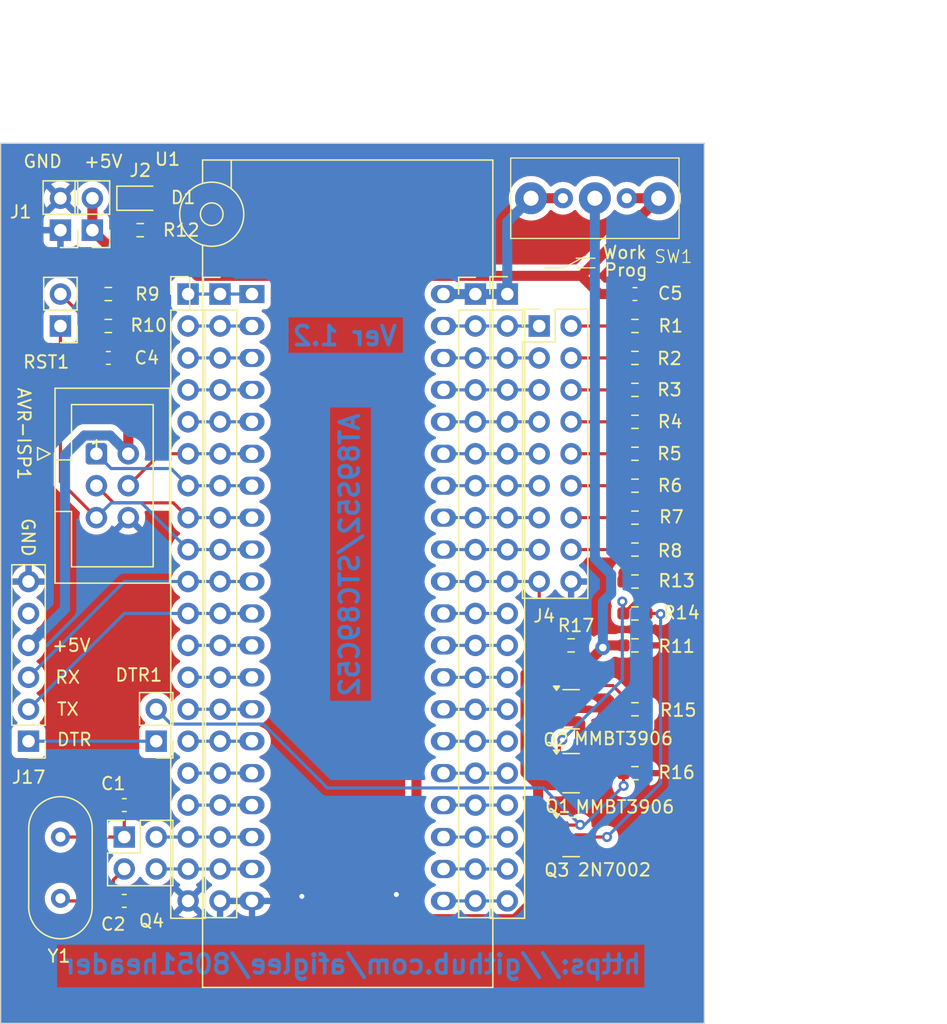
<source format=kicad_pcb>
(kicad_pcb (version 20241229) (generator "pcbnew") (generator_version "9.0")
  (layers (0 "F.Cu" signal) (2 "B.Cu" signal) (13 "F.Paste" user) (15 "B.Paste" user) (5 "F.SilkS" user "F.Silkscreen") (7 "B.SilkS" user "B.Silkscreen") (1 "F.Mask" user) (3 "B.Mask" user) (25 "Edge.Cuts" user))
  (net 0 "")
  (net 1 "GND")
  (net 2 "+5V")
  (net 3 "Net-(C4-Pad2)")
  (net 4 "Net-(D1-A)")
  (net 5 "/MISO")
  (net 6 "/SCK")
  (net 7 "/MOSI")
  (net 8 "/RST")
  (net 9 "/AD0")
  (net 10 "/AD1")
  (net 11 "/AD2")
  (net 12 "/AD3")
  (net 13 "/AD4")
  (net 14 "/AD5")
  (net 15 "/AD6")
  (net 16 "/AD7")
  (net 17 "/DTR")
  (net 19 "/P3.1")
  (net 20 "/EA")
  (net 21 "/P3.2")
  (net 22 "/P1.0")
  (net 23 "/P1.1")
  (net 24 "/P1.2")
  (net 25 "/P1.3")
  (net 26 "/P1.4")
  (net 27 "/P3.0")
  (net 28 "/P3.3")
  (net 29 "/P3.4")
  (net 30 "/P3.5")
  (net 31 "/~{WR}")
  (net 32 "/~{RD}")
  (net 33 "/X1")
  (net 34 "/X2")
  (net 35 "/ALE")
  (net 36 "/PSEN")
  (net 37 "/A15")
  (net 38 "/A14")
  (net 39 "/A13")
  (net 40 "/A12")
  (net 41 "/A11")
  (net 42 "/A10")
  (net 43 "/A9")
  (net 44 "/A8")
  (net 45 "Net-(Q1-B)")
  (net 46 "Net-(Q2-B)")
  (net 47 "Net-(Q3-D)")
  (net 48 "Net-(J4-Pin_2)")
  (net 49 "Net-(J4-Pin_4)")
  (net 50 "Net-(J4-Pin_6)")
  (net 51 "Net-(J4-Pin_8)")
  (net 52 "Net-(J4-Pin_10)")
  (net 53 "Net-(J4-Pin_12)")
  (net 54 "Net-(J4-Pin_14)")
  (net 55 "Net-(J4-Pin_16)")
  (net 56 "/VPP")
  (net 57 "Net-(Q4-Pin_1)")
  (net 58 "Net-(Q4-Pin_3)")
  (net 59 "Net-(DTR1-Pin_2)")
  (net 60 "Net-(RST1-Pin_2)")
  (net 61 "Net-(Q1-C)")
  (footprint "LED_SMD:LED_0805_2012Metric_Pad1.15x1.40mm_HandSolder" (layer "F.Cu") (at 71.11 52.38)
    (property "Reference" "D1")
    (property "Value" "LED")
  )
  (footprint "Capacitor_SMD:C_0603_1608Metric_Pad1.08x0.95mm_HandSolder" (layer "F.Cu") (at 69.84 108.26)
    (property "Reference" "C2")
    (property "Value" "22")
  )
  (footprint "Connector_PinHeader_2.54mm:PinHeader_1x06_P2.54mm_Vertical" (layer "F.Cu") (at 62.22 95.56 180)
    (property "Reference" "J17")
    (property "Value" "UART")
  )
  (footprint "Package_TO_SOT_SMD:SOT-23" (layer "F.Cu") (at 105.4 98.1)
    (property "Reference" "Q1")
    (property "Value" "MMBT3906")
  )
  (footprint "Connector_IDC:IDC-Header_2x03_P2.54mm_Vertical" (layer "F.Cu") (at 67.62 72.7)
    (property "Reference" "AVR-ISP1")
    (property "Value" "AVR-ISP-6")
  )
  (footprint "Connector_PinHeader_2.54mm:PinHeader_2x02_P2.54mm_Vertical" (layer "F.Cu") (at 69.84 103.18)
    (property "Reference" "Q4")
    (property "Value" "Conn Crystal")
  )
  (footprint "Capacitor_SMD:C_0603_1608Metric_Pad1.08x0.95mm_HandSolder" (layer "F.Cu") (at 110.48 60)
    (property "Reference" "C5")
    (property "Value" "10.0x16V")
  )
  (footprint "Package_TO_SOT_SMD:SOT-23" (layer "F.Cu") (at 105.4 103.18)
    (property "Reference" "Q3")
    (property "Value" "2N7002")
  )
  (footprint "Resistor_SMD:R_0603_1608Metric_Pad0.98x0.95mm_HandSolder" (layer "F.Cu") (at 105.4 87.94 180)
    (property "Reference" "R17")
    (property "Value" "5.1k")
  )
  (footprint "Resistor_SMD:R_0603_1608Metric_Pad0.98x0.95mm_HandSolder" (layer "F.Cu") (at 110.48 70.16)
    (property "Reference" "R4")
    (property "Value" "5.1k")
  )
  (footprint "Crystal:Crystal_HC49-U_Vertical" (layer "F.Cu") (at 64.76 103.18 -90)
    (property "Reference" "Y1")
    (property "Value" "11.0592")
  )
  (footprint "Connector_PinHeader_2.54mm:PinHeader_1x20_P2.54mm_Vertical" (layer "F.Cu") (at 74.92 60)
    (property "Reference" "J3" (hide yes))
    (property "Value" "PL2")
  )
  (footprint "Resistor_SMD:R_0603_1608Metric_Pad0.98x0.95mm_HandSolder" (layer "F.Cu") (at 110.48 62.54)
    (property "Reference" "R1")
    (property "Value" "5.1k")
  )
  (footprint "Connector_PinHeader_2.54mm:PinHeader_1x20_P2.54mm_Vertical" (layer "F.Cu") (at 100.32 60)
    (property "Reference" "J5" (hide yes))
    (property "Value" "PR2")
  )
  (footprint "Resistor_SMD:R_0603_1608Metric_Pad0.98x0.95mm_HandSolder" (layer "F.Cu") (at 110.48 93.02)
    (property "Reference" "R15")
    (property "Value" "430")
  )
  (footprint "Resistor_SMD:R_0603_1608Metric_Pad0.98x0.95mm_HandSolder" (layer "F.Cu") (at 68.57 60 180)
    (property "Reference" "R9")
    (property "Value" "20k")
  )
  (footprint "Resistor_SMD:R_0603_1608Metric_Pad0.98x0.95mm_HandSolder" (layer "F.Cu") (at 110.48 85.4 180)
    (property "Reference" "R14")
    (property "Value" "1.1k")
  )
  (footprint "Resistor_SMD:R_0603_1608Metric_Pad0.98x0.95mm_HandSolder" (layer "F.Cu") (at 110.48 82.86)
    (property "Reference" "R13")
    (property "Value" "1k")
  )
  (footprint "Socket:DIP_Socket-40_W11.9_W12.7_W15.24_W17.78_W18.5_3M_240-1280-00-0602J" (layer "F.Cu") (at 80 60)
    (property "Reference" "U1")
    (property "Value" "8051")
  )
  (footprint "Resistor_SMD:R_0603_1608Metric_Pad0.98x0.95mm_HandSolder" (layer "F.Cu") (at 110.48 87.94)
    (property "Reference" "R11")
    (property "Value" "2k")
  )
  (footprint "Resistor_SMD:R_0603_1608Metric_Pad0.98x0.95mm_HandSolder" (layer "F.Cu") (at 110.48 77.78)
    (property "Reference" "R7")
    (property "Value" "5.1k")
  )
  (footprint "Resistor_SMD:R_0603_1608Metric_Pad0.98x0.95mm_HandSolder" (layer "F.Cu") (at 110.48 67.62)
    (property "Reference" "R3")
    (property "Value" "5.1k")
  )
  (footprint "Package_TO_SOT_SMD:SOT-23" (layer "F.Cu") (at 105.4 93.02)
    (property "Reference" "Q2")
    (property "Value" "MMBT3906")
  )
  (footprint "Resistor_SMD:R_0603_1608Metric_Pad0.98x0.95mm_HandSolder" (layer "F.Cu") (at 110.48 72.7)
    (property "Reference" "R5")
    (property "Value" "5.1k")
  )
  (footprint "Resistor_SMD:R_0603_1608Metric_Pad0.98x0.95mm_HandSolder" (layer "F.Cu") (at 68.57 62.54)
    (property "Reference" "R10")
    (property "Value" "2k")
  )
  (footprint "Connector_PinHeader_2.54mm:PinHeader_2x09_P2.54mm_Vertical" (layer "F.Cu") (at 102.86 62.54)
    (property "Reference" "J4")
    (property "Value" "Rs")
  )
  (footprint "Resistor_SMD:R_0603_1608Metric_Pad0.98x0.95mm_HandSolder" (layer "F.Cu") (at 110.48 65.08)
    (property "Reference" "R2")
    (property "Value" "5.1k")
  )
  (footprint "Connector_PinHeader_2.54mm:PinHeader_1x02_P2.54mm_Vertical" (layer "F.Cu") (at 67.3 54.92 180)
    (property "Reference" "J2")
    (property "Value" "+5V")
  )
  (footprint "Resistor_SMD:R_0603_1608Metric_Pad0.98x0.95mm_HandSolder" (layer "F.Cu") (at 110.48 75.24)
    (property "Reference" "R6")
    (property "Value" "5.1k")
  )
  (footprint "Connector_PinHeader_2.54mm:PinHeader_1x20_P2.54mm_Vertical" (layer "F.Cu") (at 77.46 60)
    (property "Reference" "J24" (hide yes))
    (property "Value" "PL1")
  )
  (footprint "Resistor_SMD:R_0603_1608Metric_Pad0.98x0.95mm_HandSolder" (layer "F.Cu") (at 110.48 80.32)
    (property "Reference" "R8")
    (property "Value" "5.1k")
  )
  (footprint "Resistor_SMD:R_0603_1608Metric_Pad0.98x0.95mm_HandSolder" (layer "F.Cu") (at 71.11 54.92 180)
    (property "Reference" "R12")
    (property "Value" "1k")
  )
  (footprint "Capacitor_SMD:C_0603_1608Metric_Pad1.08x0.95mm_HandSolder" (layer "F.Cu") (at 68.57 65.08 180)
    (property "Reference" "C4")
    (property "Value" "22.0x16V")
  )
  (footprint "Connector_PinHeader_2.54mm:PinHeader_1x02_P2.54mm_Vertical" (layer "F.Cu") (at 64.76 62.54 180)
    (property "Reference" "RST1")
    (property "Value" "Reset")
  )
  (footprint "Connector_PinHeader_2.54mm:PinHeader_1x02_P2.54mm_Vertical" (layer "F.Cu") (at 64.76 54.92 180)
    (property "Reference" "J1")
    (property "Value" "GND")
  )
  (footprint "Capacitor_SMD:C_0603_1608Metric_Pad1.08x0.95mm_HandSolder" (layer "F.Cu") (at 69.84 100.64)
    (property "Reference" "C1")
    (property "Value" "22")
  )
  (footprint "Resistor_SMD:R_0603_1608Metric_Pad0.98x0.95mm_HandSolder" (layer "F.Cu") (at 110.48 98.1)
    (property "Reference" "R16")
    (property "Value" "2k")
  )
  (footprint "Button_Switch_THT:SPDT_Omron_D2F_5pins" (layer "F.Cu") (at 107.2896 52.38)
    (property "Reference" "SW1")
    (property "Value" "SW_SPDT")
  )
  (footprint "Connector_PinHeader_2.54mm:PinHeader_1x20_P2.54mm_Vertical" (layer "F.Cu") (at 97.78 60)
    (property "Reference" "J25" (hide yes))
    (property "Value" "PR1")
  )
  (footprint "Connector_PinHeader_2.54mm:PinHeader_1x02_P2.54mm_Vertical" (layer "F.Cu") (at 72.38 95.56 180)
    (property "Reference" "DTR1")
    (property "Value" "Prog")
  )
  (gr_line (start 105.8 57.912) (end 107.3 57.912) (stroke (width 0.1)) (layer "F.SilkS"))
  (gr_line (start 103.251 57.912) (end 104.8 57.912) (stroke (width 0.1)) (layer "F.SilkS"))
  (gr_line (start 104.8 57.912) (end 106.45 57.023) (stroke (width 0.1)) (layer "F.SilkS"))
  (gr_line (start 107.3 57.15) (end 105.8 57.15) (stroke (width 0.1)) (layer "F.SilkS"))
  (gr_line (start 60 118) (end 60 48) (stroke (width 0.1)) (layer "Edge.Cuts"))
  (gr_line (start 60 48) (end 116 48) (stroke (width 0.1)) (layer "Edge.Cuts"))
  (gr_line (start 116 118) (end 60 118) (stroke (width 0.1)) (layer "Edge.Cuts"))
  (gr_line (start 116 48) (end 116 118) (stroke (width 0.1)) (layer "Edge.Cuts"))
  (gr_text "https://github.com/afiglee/8051header" (at 111.125 114.173 0) (layer "B.Cu") (effects (font (size 1.5 1.5) (thickness 0.3) (bold yes)) (justify left bottom mirror)))
  (gr_text "AT89S52/STC89C52" (at 88.646 69.342 90) (layer "B.Cu") (effects (font (size 1.5 1.5) (thickness 0.3) (bold yes)) (justify left bottom mirror)))
  (gr_text "Ver 1.2" (at 91.694 64.2112 0) (layer "B.Cu") (effects (font (size 1.5 1.5) (thickness 0.3) (bold yes)) (justify left bottom mirror)))
  (gr_text "+5V" (at 64.008 88.519 0) (layer "F.SilkS") (effects (font (size 1 1)) (justify left bottom)))
  (gr_text "Work" (at 107.823 57.277 0) (layer "F.SilkS") (effects (font (size 1 1)) (justify left bottom)))
  (gr_text "DTR" (at 64.389 96.012 0) (layer "F.SilkS") (effects (font (size 1 1)) (justify left bottom)))
  (gr_text "RX" (at 64.262 91.059 0) (layer "F.SilkS") (effects (font (size 1 1)) (justify left bottom)))
  (gr_text "GND" (at 61.595 77.724 270) (layer "F.SilkS") (effects (font (size 1 1)) (justify left bottom)))
  (gr_text "Prog" (at 107.95 58.674 0) (layer "F.SilkS") (effects (font (size 1 1)) (justify left bottom)))
  (gr_text "TX" (at 64.389 93.599 0) (layer "F.SilkS") (effects (font (size 1 1)) (justify left bottom)))
  (gr_text "+5V" (at 66.548 50.038 0) (layer "F.SilkS") (effects (font (size 1 1)) (justify left bottom)))
  (gr_text "1" (at 67.056 72.7456 0) (layer "F.SilkS") (effects (font (size 1 1)) (justify left bottom)))
  (gr_text "GND" (at 61.722 50.038 0) (layer "F.SilkS") (effects (font (size 1 1)) (justify left bottom)))
  (via (at 83.9724 107.8992) (size 0.8) (drill 0.4) (layers "F.Cu" "B.Cu") (net 1))
  (via (at 91.4908 107.7468) (size 0.8) (drill 0.4) (layers "F.Cu" "B.Cu") (net 1))
  (segment (start 67.3 52.38) (end 67.3 54.92) (width 0.8) (layer "F.Cu") (net 2))
  (segment (start 111.3925 65.08) (end 111.3925 67.62) (width 0.8) (layer "F.Cu") (net 2))
  (segment (start 111.3925 70.16) (end 111.3925 72.7) (width 0.8) (layer "F.Cu") (net 2))
  (segment (start 67.3 54.92) (end 68.376 55.996) (width 0.8) (layer "F.Cu") (net 2))
  (segment (start 93.091 108.760628) (end 93.091 58.55) (width 0.8) (layer "F.Cu") (net 2))
  (segment (start 70.9465 55.996) (end 72.0225 54.92) (width 0.8) (layer "F.Cu") (net 2))
  (segment (start 94.041372 109.711) (end 93.091 108.760628) (width 0.8) (layer "F.Cu") (net 2))
  (segment (start 101.771 90.2022) (end 102.616 89.3572) (width 0.8) (layer "F.Cu") (net 2))
  (segment (start 102.777 99.05) (end 102.777 107.855024) (width 0.8) (layer "F.Cu") (net 2))
  (segment (start 111.3925 67.62) (end 111.3925 70.16) (width 0.8) (layer "F.Cu") (net 2))
  (segment (start 111.3925 75.24) (end 111.3925 77.78) (width 0.8) (layer "F.Cu") (net 2))
  (segment (start 106.1996 58.55) (end 93.091 58.55) (width 0.8) (layer "F.Cu") (net 2))
  (segment (start 109.5675 82.145) (end 111.3925 80.32) (width 0.8) (layer "F.Cu") (net 2))
  (segment (start 70.16 72.7) (end 70.16 65.8075) (width 0.8) (layer "F.Cu") (net 2))
  (segment (start 71.2216 60.7964) (end 74.22445 57.79355) (width 0.8) (layer "F.Cu") (net 2))
  (segment (start 68.376 55.996) (end 70.9465 55.996) (width 0.8) (layer "F.Cu") (net 2))
  (segment (start 109.8296 52.38) (end 112.3696 52.38) (width 0.8) (layer "F.Cu") (net 2))
  (segment (start 112.3696 52.38) (end 106.1996 58.55) (width 0.8) (layer "F.Cu") (net 2))
  (segment (start 74.22445 57.79355) (end 74.89605 57.79355) (width 0.8) (layer "F.Cu") (net 2))
  (segment (start 107.6496 60) (end 106.1996 58.55) (width 0.8) (layer "F.Cu") (net 2))
  (segment (start 93.091 58.55) (end 75.6525 58.55) (width 0.8) (layer "F.Cu") (net 2))
  (segment (start 102.777 99.05) (end 101.771 98.044) (width 0.8) (layer "F.Cu") (net 2))
  (segment (start 74.89605 57.79355) (end 72.0225 54.92) (width 0.8) (layer "F.Cu") (net 2))
  (segment (start 109.5675 82.86) (end 109.5675 82.145) (width 0.8) (layer "F.Cu") (net 2))
  (segment (start 111.3925 72.7) (end 111.3925 75.24) (width 0.8) (layer "F.Cu") (net 2))
  (segment (start 111.3925 77.78) (end 111.3925 80.32) (width 0.8) (layer "F.Cu") (net 2))
  (segment (start 69.4325 65.08) (end 71.2216 63.2909) (width 0.8) (layer "F.Cu") (net 2))
  (segment (start 75.6525 58.55) (end 74.89605 57.79355) (width 0.8) (layer "F.Cu") (net 2))
  (segment (start 104.4625 99.05) (end 102.777 99.05) (width 0.8) (layer "F.Cu") (net 2))
  (segment (start 111.3925 62.54) (end 111.3925 65.08) (width 0.8) (layer "F.Cu") (net 2))
  (segment (start 102.777 107.855024) (end 100.921024 109.711) (width 0.8) (layer "F.Cu") (net 2))
  (segment (start 104.8953 89.3572) (end 106.3125 87.94) (width 0.8) (layer "F.Cu") (net 2))
  (segment (start 70.16 65.8075) (end 69.4325 65.08) (width 0.8) (layer "F.Cu") (net 2))
  (segment (start 71.2216 63.2909) (end 71.2216 60.7964) (width 0.8) (layer "F.Cu") (net 2))
  (segment (start 102.616 89.3572) (end 104.8953 89.3572) (width 0.8) (layer "F.Cu") (net 2))
  (segment (start 101.771 98.044) (end 101.771 90.2022) (width 0.8) (layer "F.Cu") (net 2))
  (segment (start 109.6175 60.765) (end 109.6175 60) (width 0.8) (layer "F.Cu") (net 2))
  (segment (start 111.3925 62.54) (end 109.6175 60.765) (width 0.8) (layer "F.Cu") (net 2))
  (segment (start 100.921024 109.711) (end 94.041372 109.711) (width 0.8) (layer "F.Cu") (net 2))
  (segment (start 109.6175 60) (end 107.6496 60) (width 0.8) (layer "F.Cu") (net 2))
  (segment (start 65.1256 85.0344) (end 62.22 87.94) (width 0.8) (layer "B.Cu") (net 2))
  (segment (start 66.660576 71.249) (end 65.1256 72.783976) (width 0.8) (layer "B.Cu") (net 2))
  (segment (start 70.16 72.7) (end 68.709 71.249) (width 0.8) (layer "B.Cu") (net 2))
  (segment (start 65.1256 72.783976) (end 65.1256 85.0344) (width 0.8) (layer "B.Cu") (net 2))
  (segment (start 68.709 71.249) (end 66.660576 71.249) (width 0.8) (layer "B.Cu") (net 2))
  (segment (start 67.7075 64.3217) (end 67.7075 65.08) (width 0.25) (layer "F.Cu") (net 3))
  (segment (start 69.4825 62.54) (end 69.4825 62.5467) (width 0.25) (layer "F.Cu") (net 3))
  (segment (start 69.4825 62.5467) (end 67.7075 64.3217) (width 0.25) (layer "F.Cu") (net 3))
  (segment (start 69.4825 60) (end 69.4825 62.54) (width 0.25) (layer "F.Cu") (net 3))
  (segment (start 72.135 52.38) (end 70.1975 54.3175) (width 0.25) (layer "F.Cu") (net 4))
  (segment (start 70.1975 54.3175) (end 70.1975 54.92) (width 0.25) (layer "F.Cu") (net 4))
  (segment (start 77.46 75.24) (end 80 75.24) (width 0.25) (layer "B.Cu") (net 5))
  (segment (start 73.556 73.876) (end 74.92 75.24) (width 0.25) (layer "B.Cu") (net 5))
  (segment (start 67.62 72.7) (end 68.796 73.876) (width 0.25) (layer "B.Cu") (net 5))
  (segment (start 74.92 75.24) (end 77.46 75.24) (width 0.25) (layer "B.Cu") (net 5))
  (segment (start 68.796 73.876) (end 73.556 73.876) (width 0.25) (layer "B.Cu") (net 5))
  (segment (start 68.984 76.604) (end 73.744 76.604) (width 0.25) (layer "F.Cu") (net 6))
  (segment (start 73.744 76.604) (end 74.92 77.78) (width 0.25) (layer "F.Cu") (net 6))
  (segment (start 67.62 75.24) (end 68.984 76.604) (width 0.25) (layer "F.Cu") (net 6))
  (segment (start 74.92 77.78) (end 77.46 77.78) (width 0.25) (layer "B.Cu") (net 6))
  (segment (start 80 77.78) (end 77.46 77.78) (width 0.25) (layer "B.Cu") (net 6))
  (segment (start 70.16 75.24) (end 72.7 72.7) (width 0.25) (layer "F.Cu") (net 7))
  (segment (start 72.7 72.7) (end 74.92 72.7) (width 0.25) (layer "F.Cu") (net 7))
  (segment (start 80 72.7) (end 77.46 72.7) (width 0.25) (layer "B.Cu") (net 7))
  (segment (start 74.92 72.7) (end 77.46 72.7) (width 0.25) (layer "B.Cu") (net 7))
  (segment (start 64.76 74.92) (end 67.62 77.78) (width 0.25) (layer "F.Cu") (net 8))
  (segment (start 64.76 62.54) (end 64.76 74.92) (width 0.25) (layer "F.Cu") (net 8))
  (segment (start 71.204 76.604) (end 74.92 80.32) (width 0.25) (layer "B.Cu") (net 8))
  (segment (start 74.92 80.32) (end 77.46 80.32) (width 0.25) (layer "B.Cu") (net 8))
  (segment (start 68.796 76.604) (end 71.204 76.604) (width 0.25) (layer "B.Cu") (net 8))
  (segment (start 67.62 77.78) (end 68.796 76.604) (width 0.25) (layer "B.Cu") (net 8))
  (segment (start 77.46 80.32) (end 80 80.32) (width 0.25) (layer "B.Cu") (net 8))
  (segment (start 97.78 62.54) (end 100.32 62.54) (width 0.25) (layer "B.Cu") (net 9))
  (segment (start 100.32 62.54) (end 102.86 62.54) (width 0.25) (layer "B.Cu") (net 9))
  (segment (start 95.24 62.54) (end 97.78 62.54) (width 0.25) (layer "B.Cu") (net 9))
  (segment (start 95.24 65.08) (end 97.78 65.08) (width 0.25) (layer "B.Cu") (net 10))
  (segment (start 102.86 65.08) (end 97.78 65.08) (width 0.25) (layer "B.Cu") (net 10))
  (segment (start 95.24 67.62) (end 97.78 67.62) (width 0.25) (layer "B.Cu") (net 11))
  (segment (start 97.78 67.62) (end 102.86 67.62) (width 0.25) (layer "B.Cu") (net 11))
  (segment (start 95.24 70.16) (end 97.78 70.16) (width 0.25) (layer "B.Cu") (net 12))
  (segment (start 102.86 70.16) (end 97.78 70.16) (width 0.25) (layer "B.Cu") (net 12))
  (segment (start 95.24 72.7) (end 97.78 72.7) (width 0.25) (layer "B.Cu") (net 13))
  (segment (start 97.78 72.7) (end 102.86 72.7) (width 0.25) (layer "B.Cu") (net 13))
  (segment (start 97.78 75.24) (end 102.86 75.24) (width 0.25) (layer "B.Cu") (net 14))
  (segment (start 95.24 75.24) (end 97.78 75.24) (width 0.25) (layer "B.Cu") (net 14))
  (segment (start 97.78 77.78) (end 102.86 77.78) (width 0.25) (layer "B.Cu") (net 15))
  (segment (start 95.24 77.78) (end 97.78 77.78) (width 0.25) (layer "B.Cu") (net 15))
  (segment (start 97.78 80.32) (end 102.86 80.32) (width 0.25) (layer "B.Cu") (net 16))
  (segment (start 95.24 80.32) (end 97.78 80.32) (width 0.25) (layer "B.Cu") (net 16))
  (segment (start 62.22 95.56) (end 72.38 95.56) (width 0.25) (layer "B.Cu") (net 17))
  (segment (start 74.92 85.4) (end 77.46 85.4) (width 0.25) (layer "B.Cu") (net 19))
  (segment (start 69.84 85.4) (end 74.92 85.4) (width 0.25) (layer "B.Cu") (net 19))
  (segment (start 80 85.4) (end 77.46 85.4) (width 0.25) (layer "B.Cu") (net 19))
  (segment (start 62.22 93.02) (end 69.84 85.4) (width 0.25) (layer "B.Cu") (net 19))
  (segment (start 104.2468 87.94) (end 102.86 86.5532) (width 0.25) (layer "F.Cu") (net 20))
  (segment (start 104.4875 87.94) (end 104.2468 87.94) (width 0.25) (layer "F.Cu") (net 20))
  (segment (start 102.86 86.5532) (end 102.86 82.86) (width 0.25) (layer "F.Cu") (net 20))
  (segment (start 97.78 82.86) (end 102.86 82.86) (width 0.25) (layer "B.Cu") (net 20))
  (segment (start 95.24 82.86) (end 97.78 82.86) (width 0.25) (layer "B.Cu") (net 20))
  (segment (start 74.92 87.94) (end 77.46 87.94) (width 0.25) (layer "B.Cu") (net 21))
  (segment (start 80 87.94) (end 77.46 87.94) (width 0.25) (layer "B.Cu") (net 21))
  (segment (start 77.46 60) (end 74.92 60) (width 0.25) (layer "B.Cu") (net 22))
  (segment (start 77.46 60) (end 80 60) (width 0.25) (layer "B.Cu") (net 22))
  (segment (start 74.92 62.54) (end 77.46 62.54) (width 0.25) (layer "B.Cu") (net 23))
  (segment (start 77.46 62.54) (end 80 62.54) (width 0.25) (layer "B.Cu") (net 23))
  (segment (start 74.92 65.08) (end 77.46 65.08) (width 0.25) (layer "B.Cu") (net 24))
  (segment (start 77.46 65.08) (end 80 65.08) (width 0.25) (layer "B.Cu") (net 24))
  (segment (start 74.92 67.62) (end 77.46 67.62) (width 0.25) (layer "B.Cu") (net 25))
  (segment (start 80 67.62) (end 77.46 67.62) (width 0.25) (layer "B.Cu") (net 25))
  (segment (start 74.92 70.16) (end 77.46 70.16) (width 0.25) (layer "B.Cu") (net 26))
  (segment (start 77.46 70.16) (end 80 70.16) (width 0.25) (layer "B.Cu") (net 26))
  (segment (start 69.84 82.86) (end 74.92 82.86) (width 0.25) (layer "B.Cu") (net 27))
  (segment (start 80 82.86) (end 77.46 82.86) (width 0.25) (layer "B.Cu") (net 27))
  (segment (start 62.22 90.48) (end 69.84 82.86) (width 0.25) (layer "B.Cu") (net 27))
  (segment (start 74.92 82.86) (end 77.46 82.86) (width 0.25) (layer "B.Cu") (net 27))
  (segment (start 80 90.48) (end 77.46 90.48) (width 0.25) (layer "B.Cu") (net 28))
  (segment (start 74.92 90.48) (end 77.46 90.48) (width 0.25) (layer "B.Cu") (net 28))
  (segment (start 74.92 93.02) (end 77.46 93.02) (width 0.25) (layer "B.Cu") (net 29))
  (segment (start 77.46 93.02) (end 80 93.02) (width 0.25) (layer "B.Cu") (net 29))
  (segment (start 74.92 95.56) (end 77.46 95.56) (width 0.25) (layer "B.Cu") (net 30))
  (segment (start 77.46 95.56) (end 80 95.56) (width 0.25) (layer "B.Cu") (net 30))
  (segment (start 74.92 98.1) (end 77.46 98.1) (width 0.25) (layer "B.Cu") (net 31))
  (segment (start 77.46 98.1) (end 80 98.1) (width 0.25) (layer "B.Cu") (net 31))
  (segment (start 74.92 100.64) (end 77.46 100.64) (width 0.25) (layer "B.Cu") (net 32))
  (segment (start 80 100.64) (end 77.46 100.64) (width 0.25) (layer "B.Cu") (net 32))
  (segment (start 74.92 103.18) (end 77.46 103.18) (width 0.25) (layer "B.Cu") (net 33))
  (segment (start 72.38 103.18) (end 74.92 103.18) (width 0.25) (layer "B.Cu") (net 33))
  (segment (start 77.46 103.18) (end 80 103.18) (width 0.25) (layer "B.Cu") (net 33))
  (segment (start 72.18 105.52) (end 72.38 105.72) (width 0.25) (layer "F.Cu") (net 34))
  (segment (start 80 105.72) (end 77.46 105.72) (width 0.25) (layer "B.Cu") (net 34))
  (segment (start 72.38 105.72) (end 74.92 105.72) (width 0.25) (layer "B.Cu") (net 34))
  (segment (start 74.92 105.72) (end 77.46 105.72) (width 0.25) (layer "B.Cu") (net 34))
  (segment (start 100.32 85.4) (end 97.78 85.4) (width 0.25) (layer "B.Cu") (net 35))
  (segment (start 95.24 85.4) (end 97.78 85.4) (width 0.25) (layer "B.Cu") (net 35))
  (segment (start 97.78 87.94) (end 100.32 87.94) (width 0.25) (layer "B.Cu") (net 36))
  (segment (start 95.24 87.94) (end 97.78 87.94) (width 0.25) (layer "B.Cu") (net 36))
  (segment (start 100.32 90.48) (end 97.78 90.48) (width 0.25) (layer "B.Cu") (net 37))
  (segment (start 97.78 90.48) (end 95.24 90.48) (width 0.25) (layer "B.Cu") (net 37))
  (segment (start 95.24 93.02) (end 97.78 93.02) (width 0.25) (layer "B.Cu") (net 38))
  (segment (start 97.78 93.02) (end 100.32 93.02) (width 0.25) (layer "B.Cu") (net 38))
  (segment (start 97.78 95.56) (end 100.32 95.56) (width 0.25) (layer "B.Cu") (net 39))
  (segment (start 97.78 95.56) (end 95.24 95.56) (width 0.25) (layer "B.Cu") (net 39))
  (segment (start 95.24 98.1) (end 97.78 98.1) (width 0.25) (layer "B.Cu") (net 40))
  (segment (start 97.78 98.1) (end 100.32 98.1) (width 0.25) (layer "B.Cu") (net 40))
  (segment (start 97.78 100.64) (end 100.32 100.64) (width 0.25) (layer "B.Cu") (net 41))
  (segment (start 97.78 100.64) (end 95.24 100.64) (width 0.25) (layer "B.Cu") (net 41))
  (segment (start 97.78 103.18) (end 100.32 103.18) (width 0.25) (layer "B.Cu") (net 42))
  (segment (start 95.24 103.18) (end 97.78 103.18) (width 0.25) (layer "B.Cu") (net 42))
  (segment (start 95.24 105.72) (end 97.78 105.72) (width 0.25) (layer "B.Cu") (net 43))
  (segment (start 97.78 105.72) (end 100.32 105.72) (width 0.25) (layer "B.Cu") (net 43))
  (segment (start 95.24 108.26) (end 97.78 108.26) (width 0.25) (layer "B.Cu") (net 44))
  (segment (start 97.78 108.26) (end 100.32 108.26) (width 0.25) (layer "B.Cu") (net 44))
  (segment (start 104.4625 97.15) (end 104.4625 95.6895) (width 0.25) (layer "F.Cu") (net 45))
  (segment (start 111.3925 82.86) (end 111.3925 83.575) (width 0.25) (layer "F.Cu") (net 45))
  (segment (start 111.3925 83.575) (end 109.5675 85.4) (width 0.25) (layer "F.Cu") (net 45))
  (segment (start 104.4625 95.6895) (end 104.6988 95.4532) (width 0.25) (layer "F.Cu") (net 45))
  (segment (start 109.5675 84.5485) (end 109.474 84.455) (width 0.25) (layer "F.Cu") (net 45))
  (segment (start 109.5675 85.4) (end 109.5675 84.5485) (width 0.25) (layer "F.Cu") (net 45))
  (via (at 109.474 84.455) (size 0.8) (drill 0.4) (layers "F.Cu" "B.Cu") (net 45))
  (via (at 104.6988 95.4532) (size 0.8) (drill 0.4) (layers "F.Cu" "B.Cu") (net 45))
  (segment (start 109.474 90.678) (end 109.474 84.455) (width 0.25) (layer "B.Cu") (net 45))
  (segment (start 104.6988 95.4532) (end 109.474 90.678) (width 0.25) (layer "B.Cu") (net 45))
  (segment (start 104.4625 92.07) (end 105.3973 91.1352) (width 0.25) (layer "F.Cu") (net 46))
  (segment (start 109.5675 91.9907) (end 109.5675 93.02) (width 0.25) (layer "F.Cu") (net 46))
  (segment (start 108.712 91.1352) (end 109.5675 91.9907) (width 0.25) (layer "F.Cu") (net 46))
  (segment (start 105.3973 91.1352) (end 108.712 91.1352) (width 0.25) (layer "F.Cu") (net 46))
  (segment (start 112.4764 85.4) (end 112.522 85.4456) (width 0.25) (layer "F.Cu") (net 47))
  (segment (start 108.2496 103.18) (end 108.2548 103.1748) (width 0.25) (layer "F.Cu") (net 47))
  (segment (start 106.3375 103.18) (end 108.2496 103.18) (width 0.25) (layer "F.Cu") (net 47))
  (segment (start 111.3925 85.4) (end 112.4764 85.4) (width 0.25) (layer "F.Cu") (net 47))
  (via (at 108.2548 103.1748) (size 0.8) (drill 0.4) (layers "F.Cu" "B.Cu") (net 47))
  (via (at 112.522 85.4456) (size 0.8) (drill 0.4) (layers "F.Cu" "B.Cu") (net 47))
  (segment (start 108.2548 103.1748) (end 112.522 98.9076) (width 0.25) (layer "B.Cu") (net 47))
  (segment (start 112.522 98.9076) (end 112.522 85.4456) (width 0.25) (layer "B.Cu") (net 47))
  (segment (start 105.4 62.54) (end 109.5675 62.54) (width 0.25) (layer "F.Cu") (net 48))
  (segment (start 105.4 65.08) (end 109.5675 65.08) (width 0.25) (layer "F.Cu") (net 49))
  (segment (start 105.4 67.62) (end 109.5675 67.62) (width 0.25) (layer "F.Cu") (net 50))
  (segment (start 105.4 70.16) (end 109.5675 70.16) (width 0.25) (layer "F.Cu") (net 51))
  (segment (start 105.4 72.7) (end 109.5675 72.7) (width 0.25) (layer "F.Cu") (net 52))
  (segment (start 105.4 75.24) (end 109.5675 75.24) (width 0.25) (layer "F.Cu") (net 53))
  (segment (start 105.4 77.78) (end 109.5675 77.78) (width 0.25) (layer "F.Cu") (net 54))
  (segment (start 105.4 80.32) (end 109.5675 80.32) (width 0.25) (layer "F.Cu") (net 55))
  (segment (start 102.2096 52.38) (end 104.7496 52.38) (width 0.8) (layer "F.Cu") (net 56))
  (segment (start 95.24 60) (end 97.78 60) (width 0.8) (layer "B.Cu") (net 56))
  (segment (start 100.32 54.2696) (end 102.2096 52.38) (width 0.8) (layer "B.Cu") (net 56))
  (segment (start 97.78 60) (end 100.32 60) (width 0.8) (layer "B.Cu") (net 56))
  (segment (start 100.32 60) (end 100.32 54.2696) (width 0.8) (layer "B.Cu") (net 56))
  (segment (start 68.9775 100.64) (end 68.9775 100.8291) (width 0.25) (layer "F.Cu") (net 57))
  (segment (start 68.9775 100.8291) (end 69.84 101.6916) (width 0.25) (layer "F.Cu") (net 57))
  (segment (start 69.84 101.6916) (end 69.84 103.18) (width 0.25) (layer "F.Cu") (net 57))
  (segment (start 64.76 103.18) (end 69.84 103.18) (width 0.25) (layer "F.Cu") (net 57))
  (segment (start 68.9775 108.26) (end 68.9775 106.5825) (width 0.25) (layer "F.Cu") (net 58))
  (segment (start 68.9775 108.26) (end 64.96 108.26) (width 0.25) (layer "F.Cu") (net 58))
  (segment (start 68.9775 106.5825) (end 69.84 105.72) (width 0.25) (layer "F.Cu") (net 58))
  (segment (start 64.96 108.26) (end 64.76 108.06) (width 0.25) (layer "F.Cu") (net 58))
  (segment (start 111.3925 93.02) (end 111.3925 94.3983) (width 0.25) (layer "F.Cu") (net 59))
  (segment (start 111.3925 94.3983) (end 109.5675 96.2233) (width 0.25) (layer "F.Cu") (net 59))
  (segment (start 106.1008 102.23) (end 106.1212 102.2096) (width 0.25) (layer "F.Cu") (net 59))
  (segment (start 109.5675 96.2233) (end 109.5675 98.1) (width 0.25) (layer "F.Cu") (net 59))
  (segment (start 109.5675 98.1) (end 109.5675 99.1027) (width 0.25) (layer "F.Cu") (net 59))
  (segment (start 104.4625 102.23) (end 106.1008 102.23) (width 0.25) (layer "F.Cu") (net 59))
  (segment (start 109.5675 99.1027) (end 109.5756 99.1108) (width 0.25) (layer "F.Cu") (net 59))
  (via (at 109.5756 99.1108) (size 0.8) (drill 0.4) (layers "F.Cu" "B.Cu") (net 59))
  (via (at 106.1212 102.2096) (size 0.8) (drill 0.4) (layers "F.Cu" "B.Cu") (net 59))
  (segment (start 103.1876 99.276) (end 85.99699 99.276) (width 0.25) (layer "B.Cu") (net 59))
  (segment (start 73.555 94.195) (end 72.38 93.02) (width 0.25) (layer "B.Cu") (net 59))
  (segment (start 106.1212 102.2096) (end 103.1876 99.276) (width 0.25) (layer "B.Cu") (net 59))
  (segment (start 106.1212 102.2096) (end 106.4768 102.2096) (width 0.25) (layer "B.Cu") (net 59))
  (segment (start 106.4768 102.2096) (end 109.5756 99.1108) (width 0.25) (layer "B.Cu") (net 59))
  (segment (start 85.99699 99.276) (end 80.91599 94.195) (width 0.25) (layer "B.Cu") (net 59))
  (segment (start 80.91599 94.195) (end 73.555 94.195) (width 0.25) (layer "B.Cu") (net 59))
  (segment (start 67.3 62.54) (end 64.76 60) (width 0.25) (layer "F.Cu") (net 60))
  (segment (start 67.6575 62.54) (end 67.3 62.54) (width 0.25) (layer "F.Cu") (net 60))
  (segment (start 105.9588 93.97) (end 106.1212 94.1324) (width 0.8) (layer "F.Cu") (net 61))
  (segment (start 103.124 93.6752) (end 103.4188 93.97) (width 0.8) (layer "F.Cu") (net 61))
  (segment (start 103.4188 93.97) (end 104.4625 93.97) (width 0.8) (layer "F.Cu") (net 61))
  (segment (start 108.0972 87.94) (end 107.9246 88.1126) (width 0.8) (layer "F.Cu") (net 61))
  (segment (start 106.1212 97.6376) (end 106.3375 97.8539) (width 0.8) (layer "F.Cu") (net 61))
  (segment (start 107.9246 88.1126) (end 105.679 90.3582) (width 0.8) (layer "F.Cu") (net 61))
  (segment (start 109.5675 87.94) (end 108.0972 87.94) (width 0.8) (layer "F.Cu") (net 61))
  (segment (start 106.1212 94.1324) (end 106.1212 97.6376) (width 0.8) (layer "F.Cu") (net 61))
  (segment (start 106.3375 97.8539) (end 106.3375 98.1) (width 0.8) (layer "F.Cu") (net 61))
  (segment (start 103.124 90.3582) (end 103.124 93.6752) (width 0.8) (layer "F.Cu") (net 61))
  (segment (start 105.9588 93.97) (end 104.4625 93.97) (width 0.8) (layer "F.Cu") (net 61))
  (segment (start 105.679 90.3582) (end 103.124 90.3582) (width 0.8) (layer "F.Cu") (net 61))
  (via (at 107.9246 88.1126) (size 1.2) (drill 0.6) (layers "F.Cu" "B.Cu") (net 61))
  (segment (start 107.9246 84.4804) (end 108.585 83.82) (width 0.8) (layer "B.Cu") (net 61))
  (segment (start 107.9246 88.1126) (end 107.9246 84.4804) (width 0.8) (layer "B.Cu") (net 61))
  (segment (start 108.585 83.82) (end 108.585 82.296) (width 0.8) (layer "B.Cu") (net 61))
  (segment (start 107.2896 81.0006) (end 107.2896 52.38) (width 0.8) (layer "B.Cu") (net 61))
  (segment (start 108.585 82.296) (end 107.2896 81.0006) (width 0.8) (layer "B.Cu") (net 61))
  (zone (net 1) (net_name "GND") (layers "F.Cu" "B.Cu") (connect_pads (clearance 0.5)) (min_thickness 0.25) (fill yes (thermal_gap 0.5) (thermal_bridge_width 0.5))
    (polygon (pts (xy 59.9948 48.006) (xy 115.951 48.006) (xy 115.951 117.983) (xy 59.9948 118.0084) (xy 59.9948 56.0832)))
  )
)
</source>
